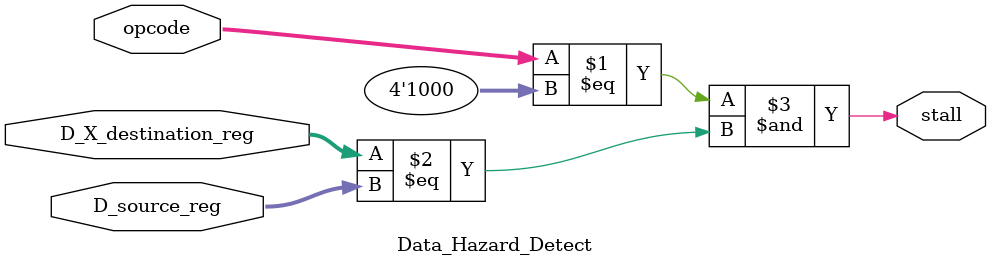
<source format=sv>


module Data_Hazard_Detect(
	opcode, D_X_destination_reg, D_source_reg, 
	stall
);

// Assuming we have X to X forwarding, the only data hazard
// we need to watch out for is RAW - when it is a LW
// (since ALU instruction RAW is solved by forwarding)

input [3:0] opcode, D_X_destination_reg, D_source_reg;
output stall;

// If both D_source and D_X_deistanation register addresses are the same
// And there is a LW instruction, then stall
assign stall = (opcode == 4'h8) & (D_X_destination_reg == D_source_reg);

// TODO: Check when branches are resolved and maybe we need to check
// If branching is enabled or not


endmodule
</source>
